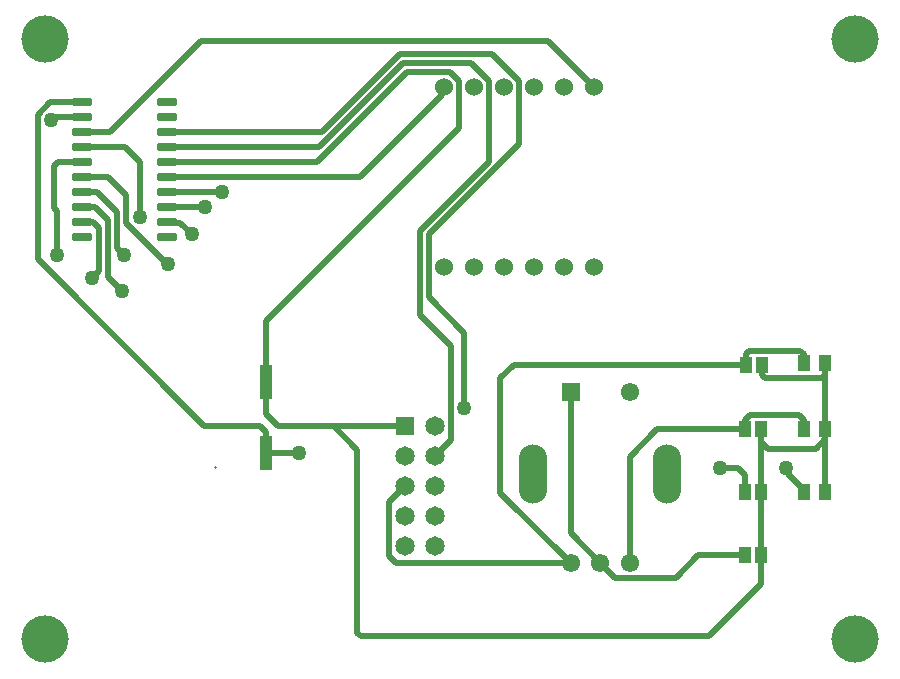
<source format=gtl>
G04*
G04 #@! TF.GenerationSoftware,Altium Limited,Altium Designer,23.2.1 (34)*
G04*
G04 Layer_Physical_Order=1*
G04 Layer_Color=255*
%FSLAX44Y44*%
%MOMM*%
G71*
G04*
G04 #@! TF.SameCoordinates,4E9E20A5-CFB6-4988-ACB7-F8E89E2D747F*
G04*
G04*
G04 #@! TF.FilePolarity,Positive*
G04*
G01*
G75*
%ADD12C,0.2540*%
%ADD16R,1.1046X1.3562*%
%ADD21R,1.5500X1.5500*%
%ADD22C,1.5500*%
G04:AMPARAMS|DCode=23|XSize=2.4mm|YSize=5mm|CornerRadius=1.2mm|HoleSize=0mm|Usage=FLASHONLY|Rotation=0.000|XOffset=0mm|YOffset=0mm|HoleType=Round|Shape=RoundedRectangle|*
%AMROUNDEDRECTD23*
21,1,2.4000,2.6000,0,0,0.0*
21,1,0.0000,5.0000,0,0,0.0*
1,1,2.4000,0.0000,-1.3000*
1,1,2.4000,0.0000,-1.3000*
1,1,2.4000,0.0000,1.3000*
1,1,2.4000,0.0000,1.3000*
%
%ADD23ROUNDEDRECTD23*%
%ADD26R,1.1000X2.9000*%
%ADD27R,1.0500X1.4500*%
G04:AMPARAMS|DCode=28|XSize=0.6mm|YSize=1.65mm|CornerRadius=0.051mm|HoleSize=0mm|Usage=FLASHONLY|Rotation=90.000|XOffset=0mm|YOffset=0mm|HoleType=Round|Shape=RoundedRectangle|*
%AMROUNDEDRECTD28*
21,1,0.6000,1.5480,0,0,90.0*
21,1,0.4980,1.6500,0,0,90.0*
1,1,0.1020,0.7740,0.2490*
1,1,0.1020,0.7740,-0.2490*
1,1,0.1020,-0.7740,-0.2490*
1,1,0.1020,-0.7740,0.2490*
%
%ADD28ROUNDEDRECTD28*%
%ADD29C,0.5080*%
%ADD30R,1.6500X1.6500*%
%ADD31C,1.6500*%
%ADD32C,1.5240*%
%ADD33C,4.0000*%
%ADD34C,1.2700*%
D12*
X169590Y170770D02*
X169680Y170860D01*
D16*
X617832Y96520D02*
D03*
X631848D02*
D03*
Y149860D02*
D03*
X617832D02*
D03*
X631848Y203200D02*
D03*
X617832D02*
D03*
X632460Y257810D02*
D03*
X618444D02*
D03*
D21*
X470300Y235100D02*
D03*
D22*
X520300D02*
D03*
X470300Y90100D02*
D03*
X495300D02*
D03*
X520300D02*
D03*
D23*
X438300Y165100D02*
D03*
X552300D02*
D03*
D26*
X212090Y243360D02*
D03*
Y183360D02*
D03*
D27*
X686160Y259080D02*
D03*
X667660D02*
D03*
Y203200D02*
D03*
X686160D02*
D03*
Y149860D02*
D03*
X667660D02*
D03*
D28*
X56460Y480060D02*
D03*
Y467360D02*
D03*
Y454660D02*
D03*
Y441960D02*
D03*
Y429260D02*
D03*
Y416560D02*
D03*
Y403860D02*
D03*
Y391160D02*
D03*
Y378460D02*
D03*
Y365760D02*
D03*
X128960Y480060D02*
D03*
Y467360D02*
D03*
Y454660D02*
D03*
Y441960D02*
D03*
Y429260D02*
D03*
Y416560D02*
D03*
Y403860D02*
D03*
Y391160D02*
D03*
Y378460D02*
D03*
Y365760D02*
D03*
D29*
X611913Y170180D02*
X617832Y164261D01*
X596900Y170180D02*
X611913D01*
X617832Y149860D02*
Y164261D01*
X667660Y149860D02*
Y151860D01*
X654238Y165282D02*
X667660Y151860D01*
X654238Y165282D02*
Y168722D01*
X652780Y170180D02*
X654238Y168722D01*
X35560Y350520D02*
Y388163D01*
X33020Y390703D02*
Y426284D01*
Y390703D02*
X35560Y388163D01*
X70866Y336804D02*
Y373380D01*
X65278Y331216D02*
X70866Y336804D01*
X149503Y368300D02*
X149860D01*
X139803Y378000D02*
X149503Y368300D01*
X129420Y378000D02*
X139803D01*
X128960Y378460D02*
X129420Y378000D01*
X93980Y377698D02*
X128778Y342900D01*
X129540D01*
X93980Y377698D02*
Y401320D01*
X30480Y464820D02*
X32542D01*
X35082Y467360D01*
X19050Y469554D02*
X29555Y480060D01*
X56460D01*
X19050Y346964D02*
X160274Y205740D01*
X19050Y346964D02*
Y469554D01*
X35082Y467360D02*
X56460D01*
X35996Y429260D02*
X56460D01*
X33020Y426284D02*
X35996Y429260D01*
X212090Y243360D02*
Y294755D01*
X361276Y490816D02*
X363220Y492760D01*
X361276Y485736D02*
Y490816D01*
X292100Y416560D02*
X361276Y485736D01*
X128960Y416560D02*
X292100D01*
X255812Y429260D02*
X332012Y505460D01*
X325700Y520700D02*
X404040D01*
X328856Y513080D02*
X386260D01*
X128960Y429260D02*
X255812D01*
X259660Y454660D02*
X325700Y520700D01*
X128960Y441960D02*
X257736D01*
X128960Y454660D02*
X259660D01*
X426720Y444463D02*
Y498021D01*
X401320Y429840D02*
Y498021D01*
X350520Y314706D02*
Y368263D01*
X342900Y299974D02*
Y371419D01*
X375920Y458585D02*
Y498021D01*
X404040Y520700D02*
X426720Y498021D01*
X386260Y513080D02*
X401320Y498021D01*
X212090Y215900D02*
Y243360D01*
X350520Y368263D02*
X426720Y444463D01*
X342900Y371419D02*
X401320Y429840D01*
X350520Y314706D02*
X380492Y284734D01*
X342900Y299974D02*
X369062Y273812D01*
X257736Y441960D02*
X328856Y513080D01*
X212090Y294755D02*
X375920Y458585D01*
X368480Y505460D02*
X375920Y498021D01*
X332012Y505460D02*
X368480D01*
X128960Y403860D02*
X175260D01*
X380492Y220980D02*
Y284734D01*
X369062Y193802D02*
Y273812D01*
X106172Y383032D02*
Y429260D01*
X93472Y441960D02*
X106172Y429260D01*
X56460Y441960D02*
X93472D01*
X587398Y27940D02*
X631848Y72390D01*
X289814Y30916D02*
Y185928D01*
Y30916D02*
X292790Y27940D01*
X587398D01*
X686160Y203200D02*
Y249534D01*
Y149860D02*
Y194670D01*
X631848Y192382D02*
Y203200D01*
Y149860D02*
Y192382D01*
X212090Y183134D02*
X240284D01*
X270002Y205740D02*
X330200D01*
X222250D02*
X270002D01*
X212090Y215900D02*
X222250Y205740D01*
X270002D02*
X289814Y185928D01*
X631848Y72390D02*
Y96520D01*
X78740Y416560D02*
X93980Y401320D01*
X56460Y416560D02*
X78740D01*
X128960Y391160D02*
X161036D01*
X470300Y115100D02*
Y235100D01*
Y115100D02*
X495300Y90100D01*
X410972Y149428D02*
X470300Y90100D01*
X410972Y149428D02*
Y246380D01*
X422402Y257810D01*
X618444D01*
X355600Y180340D02*
X369062Y193802D01*
X56460Y391160D02*
X68042D01*
X78740Y380462D01*
Y331978D02*
Y380462D01*
Y331978D02*
X90932Y319786D01*
X56460Y378460D02*
X65786D01*
X70866Y373380D01*
X86360Y356362D02*
X92202Y350520D01*
X86360Y356362D02*
Y386701D01*
X69201Y403860D02*
X86360Y386701D01*
X56460Y403860D02*
X69201D01*
X160274Y205740D02*
X207010D01*
X212090Y200660D01*
Y183360D02*
Y200660D01*
X322580Y90100D02*
X470300D01*
X316738Y95942D02*
X322580Y90100D01*
X316738Y95942D02*
Y141478D01*
X330200Y154940D01*
X212090Y183134D02*
Y183360D01*
X631848Y96520D02*
Y149860D01*
X56460Y454660D02*
X80010D01*
X157480Y532130D01*
X450850D01*
X490220Y492760D01*
X617832Y203200D02*
Y210820D01*
X622150Y215138D01*
X663342D01*
X667660Y210820D01*
Y203200D02*
Y210820D01*
Y259080D02*
Y266700D01*
X664612Y269748D02*
X667660Y266700D01*
X621492Y269748D02*
X664612D01*
X618444Y266700D02*
X621492Y269748D01*
X618444Y257810D02*
Y266700D01*
X520300Y90100D02*
Y179686D01*
X543814Y203200D01*
X617832D01*
X578612Y96520D02*
X617832D01*
X559308Y77216D02*
X578612Y96520D01*
X508184Y77216D02*
X559308D01*
X495300Y90100D02*
X508184Y77216D01*
X686160Y249534D02*
Y259080D01*
X683260Y246634D02*
X686160Y249534D01*
X635000Y246634D02*
X683260D01*
X632460Y249174D02*
X635000Y246634D01*
X632460Y249174D02*
Y257810D01*
X686160Y194670D02*
Y203200D01*
X678180Y186690D02*
X686160Y194670D01*
X637540Y186690D02*
X678180D01*
X631848Y192382D02*
X637540Y186690D01*
D30*
X330200Y205740D02*
D03*
D31*
X355600D02*
D03*
X330200Y180340D02*
D03*
X355600D02*
D03*
X330200Y154940D02*
D03*
X355600D02*
D03*
X330200Y129540D02*
D03*
X355600D02*
D03*
X330200Y104140D02*
D03*
X355600D02*
D03*
D32*
X363220Y492760D02*
D03*
X388620D02*
D03*
X414020D02*
D03*
X439420D02*
D03*
X464820D02*
D03*
X490220D02*
D03*
Y340360D02*
D03*
X464820D02*
D03*
X439420D02*
D03*
X414020D02*
D03*
X388620D02*
D03*
X363220D02*
D03*
D33*
X25400Y25400D02*
D03*
X711200D02*
D03*
Y533400D02*
D03*
X25400D02*
D03*
D34*
X596900Y170180D02*
D03*
X652780D02*
D03*
X35560Y350520D02*
D03*
X65278Y331216D02*
D03*
X149860Y368300D02*
D03*
X129540Y342900D02*
D03*
X30480Y464820D02*
D03*
X175260Y403860D02*
D03*
X380492Y220980D02*
D03*
X161036Y391160D02*
D03*
X90932Y319786D02*
D03*
X106172Y383032D02*
D03*
X92202Y350520D02*
D03*
X240284Y183134D02*
D03*
M02*

</source>
